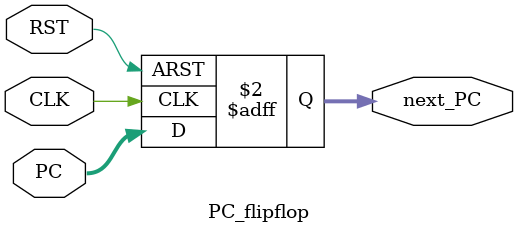
<source format=v>
`timescale 1ns / 1ps
module PC_flipflop(
    input [8:0] PC,
    input CLK,
    input RST,
    output reg [8:0] next_PC
    );
	 
	 always @ (posedge CLK, posedge RST)
	 begin
		if (RST) begin
			next_PC <= 9'b0;
		end
		else begin
			next_PC <= PC;
		end
	 end


endmodule

</source>
